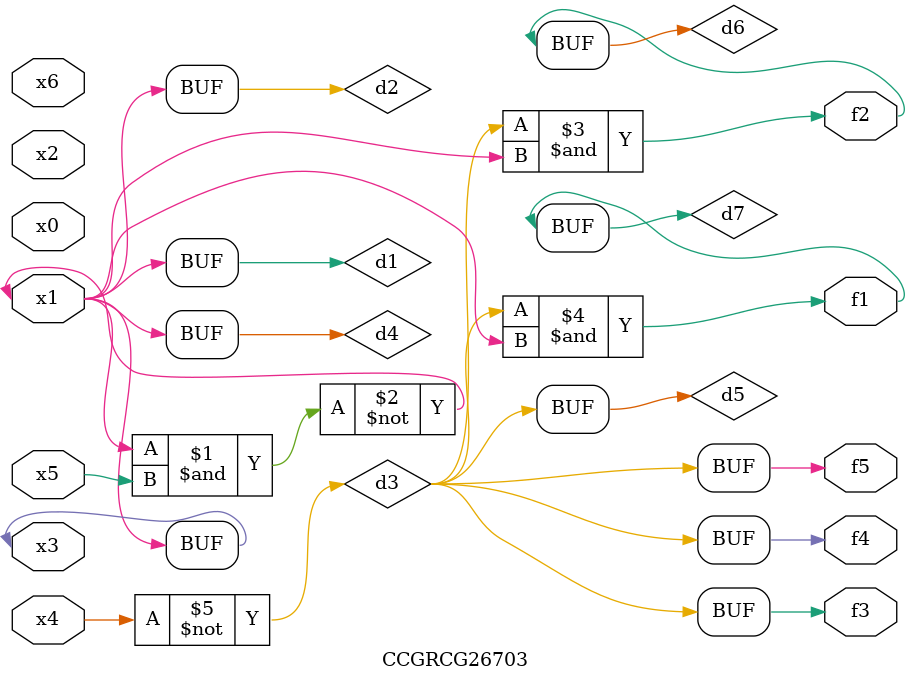
<source format=v>
module CCGRCG26703(
	input x0, x1, x2, x3, x4, x5, x6,
	output f1, f2, f3, f4, f5
);

	wire d1, d2, d3, d4, d5, d6, d7;

	buf (d1, x1, x3);
	nand (d2, x1, x5);
	not (d3, x4);
	buf (d4, d1, d2);
	buf (d5, d3);
	and (d6, d3, d4);
	and (d7, d3, d4);
	assign f1 = d7;
	assign f2 = d6;
	assign f3 = d5;
	assign f4 = d5;
	assign f5 = d5;
endmodule

</source>
